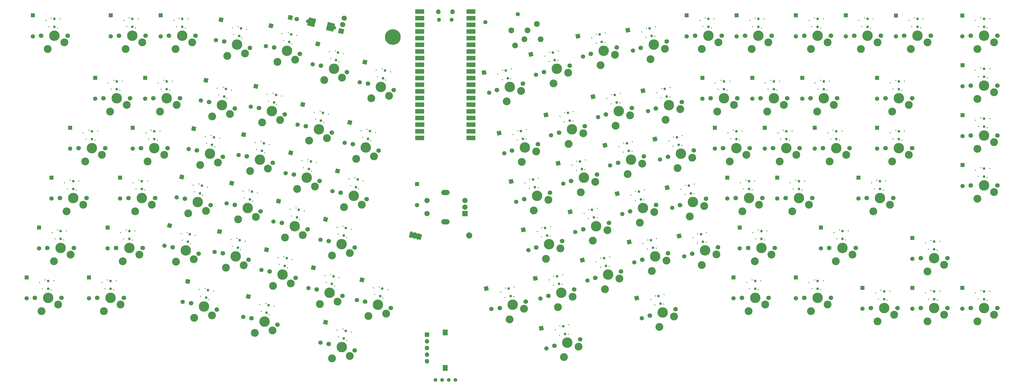
<source format=gbr>
%TF.GenerationSoftware,KiCad,Pcbnew,(7.0.0-0)*%
%TF.CreationDate,2023-04-21T13:35:00-07:00*%
%TF.ProjectId,redherring_v2,72656468-6572-4726-996e-675f76322e6b,rev?*%
%TF.SameCoordinates,Original*%
%TF.FileFunction,Soldermask,Top*%
%TF.FilePolarity,Negative*%
%FSLAX46Y46*%
G04 Gerber Fmt 4.6, Leading zero omitted, Abs format (unit mm)*
G04 Created by KiCad (PCBNEW (7.0.0-0)) date 2023-04-21 13:35:00*
%MOMM*%
%LPD*%
G01*
G04 APERTURE LIST*
G04 Aperture macros list*
%AMHorizOval*
0 Thick line with rounded ends*
0 $1 width*
0 $2 $3 position (X,Y) of the first rounded end (center of the circle)*
0 $4 $5 position (X,Y) of the second rounded end (center of the circle)*
0 Add line between two ends*
20,1,$1,$2,$3,$4,$5,0*
0 Add two circle primitives to create the rounded ends*
1,1,$1,$2,$3*
1,1,$1,$4,$5*%
%AMRotRect*
0 Rectangle, with rotation*
0 The origin of the aperture is its center*
0 $1 length*
0 $2 width*
0 $3 Rotation angle, in degrees counterclockwise*
0 Add horizontal line*
21,1,$1,$2,0,0,$3*%
G04 Aperture macros list end*
%ADD10C,1.500000*%
%ADD11C,0.050000*%
%ADD12RotRect,1.650000X1.650000X284.000000*%
%ADD13C,1.650000*%
%ADD14R,1.650000X1.650000*%
%ADD15O,1.800000X1.800000*%
%ADD16O,1.500000X1.500000*%
%ADD17O,1.700000X1.700000*%
%ADD18R,3.500000X1.700000*%
%ADD19R,1.700000X1.700000*%
%ADD20C,1.750000*%
%ADD21C,3.000000*%
%ADD22C,3.987800*%
%ADD23C,1.000000*%
%ADD24C,0.400000*%
%ADD25RotRect,1.650000X1.650000X256.000000*%
%ADD26R,1.955800X2.311400*%
%ADD27O,3.200000X2.000000*%
%ADD28R,2.000000X2.000000*%
%ADD29C,2.000000*%
%ADD30C,1.600000*%
%ADD31HorizOval,1.600000X0.000000X0.000000X0.000000X0.000000X0*%
%ADD32C,1.397000*%
%ADD33C,2.200000*%
%ADD34RotRect,2.795000X3.120000X346.000000*%
%ADD35C,1.524000*%
%ADD36RotRect,1.700000X1.700000X76.000000*%
%ADD37HorizOval,1.700000X0.000000X0.000000X0.000000X0.000000X0*%
%ADD38C,6.000000*%
%ADD39RotRect,1.905000X2.000000X76.000000*%
%ADD40HorizOval,1.905000X-0.046089X0.011491X0.046089X-0.011491X0*%
G04 APERTURE END LIST*
D10*
%TO.C,G\u002A\u002A\u002A*%
X198323754Y-133904940D02*
G75*
G03*
X198323754Y-133904940I-450727J0D01*
G01*
G36*
X176142180Y-132449520D02*
G01*
X176091380Y-132670500D01*
X177036260Y-132904180D01*
X177087060Y-132690820D01*
X177534100Y-132810200D01*
X177485840Y-133023560D01*
X178448500Y-133259780D01*
X178494220Y-133046420D01*
X178928560Y-133160720D01*
X178882840Y-133363920D01*
X179812480Y-133600140D01*
X179342580Y-135512760D01*
X178418020Y-135271460D01*
X178359600Y-135505140D01*
X177907480Y-135395920D01*
X177965900Y-135144460D01*
X177008320Y-134910780D01*
X176954980Y-135147000D01*
X176502860Y-135022540D01*
X176558740Y-134796480D01*
X175636720Y-134560260D01*
X175578300Y-134778700D01*
X175116020Y-134674560D01*
X175169360Y-134445960D01*
X174902660Y-134379920D01*
X175370020Y-132490160D01*
X175372560Y-132492700D01*
X175634180Y-132553660D01*
X175692600Y-132332680D01*
X176142180Y-132449520D01*
G37*
D11*
X176142180Y-132449520D02*
X176091380Y-132670500D01*
X177036260Y-132904180D01*
X177087060Y-132690820D01*
X177534100Y-132810200D01*
X177485840Y-133023560D01*
X178448500Y-133259780D01*
X178494220Y-133046420D01*
X178928560Y-133160720D01*
X178882840Y-133363920D01*
X179812480Y-133600140D01*
X179342580Y-135512760D01*
X178418020Y-135271460D01*
X178359600Y-135505140D01*
X177907480Y-135395920D01*
X177965900Y-135144460D01*
X177008320Y-134910780D01*
X176954980Y-135147000D01*
X176502860Y-135022540D01*
X176558740Y-134796480D01*
X175636720Y-134560260D01*
X175578300Y-134778700D01*
X175116020Y-134674560D01*
X175169360Y-134445960D01*
X174902660Y-134379920D01*
X175370020Y-132490160D01*
X175372560Y-132492700D01*
X175634180Y-132553660D01*
X175692600Y-132332680D01*
X176142180Y-132449520D01*
%TD*%
D12*
%TO.C,D49*%
X223109902Y-150255439D03*
D13*
X225045279Y-158017806D03*
%TD*%
D14*
%TO.C,D68*%
X353492499Y-73729999D03*
D13*
X353492500Y-81730000D03*
%TD*%
D12*
%TO.C,D9*%
X239339415Y-57859614D03*
D13*
X241274792Y-65621981D03*
%TD*%
D15*
%TO.C,U3*%
X186064169Y-48552499D03*
D16*
X186364169Y-51582499D03*
X191214169Y-51582499D03*
D15*
X191514169Y-48552499D03*
D17*
X179899169Y-48422499D03*
D18*
X178999169Y-48422499D03*
D17*
X179899169Y-50962499D03*
D18*
X178999169Y-50962499D03*
D19*
X179899169Y-53502499D03*
D18*
X178999169Y-53502499D03*
D17*
X179899169Y-56042499D03*
D18*
X178999169Y-56042499D03*
D17*
X179899169Y-58582499D03*
D18*
X178999169Y-58582499D03*
D17*
X179899169Y-61122499D03*
D18*
X178999169Y-61122499D03*
D17*
X179899169Y-63662499D03*
D18*
X178999169Y-63662499D03*
D19*
X179899169Y-66202499D03*
D18*
X178999169Y-66202499D03*
D17*
X179899169Y-68742499D03*
D18*
X178999169Y-68742499D03*
D17*
X179899169Y-71282499D03*
D18*
X178999169Y-71282499D03*
D17*
X179899169Y-73822499D03*
D18*
X178999169Y-73822499D03*
D17*
X179899169Y-76362499D03*
D18*
X178999169Y-76362499D03*
D19*
X179899169Y-78902499D03*
D18*
X178999169Y-78902499D03*
D17*
X179899169Y-81442499D03*
D18*
X178999169Y-81442499D03*
D17*
X179899169Y-83982499D03*
D18*
X178999169Y-83982499D03*
D17*
X179899169Y-86522499D03*
D18*
X178999169Y-86522499D03*
D17*
X179899169Y-89062499D03*
D18*
X178999169Y-89062499D03*
D19*
X179899169Y-91602499D03*
D18*
X178999169Y-91602499D03*
D17*
X179899169Y-94142499D03*
D18*
X178999169Y-94142499D03*
D17*
X179899169Y-96682499D03*
D18*
X178999169Y-96682499D03*
D17*
X197679169Y-96682499D03*
D18*
X198579169Y-96682499D03*
D17*
X197679169Y-94142499D03*
D18*
X198579169Y-94142499D03*
D19*
X197679169Y-91602499D03*
D18*
X198579169Y-91602499D03*
D17*
X197679169Y-89062499D03*
D18*
X198579169Y-89062499D03*
D17*
X197679169Y-86522499D03*
D18*
X198579169Y-86522499D03*
D17*
X197679169Y-83982499D03*
D18*
X198579169Y-83982499D03*
D17*
X197679169Y-81442499D03*
D18*
X198579169Y-81442499D03*
D19*
X197679169Y-78902499D03*
D18*
X198579169Y-78902499D03*
D17*
X197679169Y-76362499D03*
D18*
X198579169Y-76362499D03*
D17*
X197679169Y-73822499D03*
D18*
X198579169Y-73822499D03*
D17*
X197679169Y-71282499D03*
D18*
X198579169Y-71282499D03*
D17*
X197679169Y-68742499D03*
D18*
X198579169Y-68742499D03*
D19*
X197679169Y-66202499D03*
D18*
X198579169Y-66202499D03*
D17*
X197679169Y-63662499D03*
D18*
X198579169Y-63662499D03*
D17*
X197679169Y-61122499D03*
D18*
X198579169Y-61122499D03*
D17*
X197679169Y-58582499D03*
D18*
X198579169Y-58582499D03*
D17*
X197679169Y-56042499D03*
D18*
X198579169Y-56042499D03*
D19*
X197679169Y-53502499D03*
D18*
X198579169Y-53502499D03*
D17*
X197679169Y-50962499D03*
D18*
X198579169Y-50962499D03*
D17*
X197679169Y-48422499D03*
D18*
X198579169Y-48422499D03*
%TD*%
D12*
%TO.C,D18*%
X227192123Y-87883910D03*
D13*
X229127500Y-95646277D03*
%TD*%
D20*
%TO.C,SW84*%
X301898750Y-157705000D03*
X301898750Y-157705000D03*
D21*
X304438750Y-162785000D03*
D22*
X306978750Y-157705000D03*
X306978750Y-157705000D03*
D23*
X306979250Y-151275135D03*
X306979250Y-154274865D03*
D21*
X310788750Y-160245000D03*
D20*
X312058750Y-157705000D03*
X312058750Y-157705000D03*
D24*
X303708750Y-151860135D03*
X304808750Y-154245000D03*
X305798750Y-150885000D03*
X308158750Y-154725000D03*
X309148750Y-151215000D03*
%TD*%
D12*
%TO.C,D60*%
X277986227Y-134119086D03*
D13*
X279921604Y-141881453D03*
%TD*%
D20*
%TO.C,SW49*%
X228052094Y-157005696D03*
X228052094Y-157005696D03*
D21*
X231745608Y-161320317D03*
D22*
X232981196Y-155776733D03*
X232981196Y-155776733D03*
D23*
X231426156Y-149537742D03*
X232151856Y-152448367D03*
D21*
X237292504Y-157319562D03*
D20*
X237910298Y-154547770D03*
X237910298Y-154547770D03*
D24*
X228394328Y-150896570D03*
X230038605Y-152944480D03*
X230186340Y-149444784D03*
X233405218Y-152599784D03*
X233516665Y-148954543D03*
%TD*%
D25*
%TO.C,D24*%
X111867071Y-95448915D03*
D13*
X109931696Y-103211282D03*
%TD*%
D20*
%TO.C,SW25*%
X130977209Y-110660374D03*
X130977209Y-110660374D03*
D21*
X132212797Y-116203958D03*
D22*
X135906311Y-111889337D03*
X135906311Y-111889337D03*
D23*
X137462321Y-105650587D03*
X136736621Y-108561213D03*
D21*
X138988656Y-115275611D03*
D20*
X140835413Y-113118300D03*
X140835413Y-113118300D03*
D24*
X134147445Y-105427005D03*
X134637819Y-108007143D03*
X136411269Y-104986452D03*
X137772187Y-109283324D03*
X139581926Y-106117088D03*
%TD*%
D12*
%TO.C,D48*%
X204380784Y-154211356D03*
D13*
X206316161Y-161973723D03*
%TD*%
D12*
%TO.C,D28*%
X231800735Y-106368043D03*
D13*
X233736112Y-114130410D03*
%TD*%
D14*
%TO.C,D88*%
X386036249Y-153898749D03*
D13*
X386036250Y-161898750D03*
%TD*%
D14*
%TO.C,D11*%
X55200839Y-73729999D03*
D13*
X55200840Y-81730000D03*
%TD*%
D25*
%TO.C,D16*%
X152291797Y-90803039D03*
D13*
X150356422Y-98565406D03*
%TD*%
D20*
%TO.C,SW87*%
X370161250Y-161673750D03*
X370161250Y-161673750D03*
D21*
X372701250Y-166753750D03*
D22*
X375241250Y-161673750D03*
X375241250Y-161673750D03*
D23*
X375241750Y-155243885D03*
X375241750Y-158243615D03*
D21*
X379051250Y-164213750D03*
D20*
X380321250Y-161673750D03*
X380321250Y-161673750D03*
D24*
X371971250Y-155828885D03*
X373071250Y-158213750D03*
X374061250Y-154853750D03*
X376421250Y-158693750D03*
X377411250Y-155183750D03*
%TD*%
D14*
%TO.C,D12*%
X74250839Y-73729999D03*
D13*
X74250840Y-81730000D03*
%TD*%
D14*
%TO.C,D52*%
X29007089Y-149929999D03*
D13*
X29007090Y-157930000D03*
%TD*%
D20*
%TO.C,SW8*%
X226373550Y-71529000D03*
X226373550Y-71529000D03*
D21*
X230067064Y-75843621D03*
D22*
X231302652Y-70300037D03*
X231302652Y-70300037D03*
D23*
X229747612Y-64061046D03*
X230473312Y-66971671D03*
D21*
X235613960Y-71842866D03*
D20*
X236231754Y-69071074D03*
X236231754Y-69071074D03*
D24*
X226715784Y-65419874D03*
X228360061Y-67467784D03*
X228507796Y-63968088D03*
X231726674Y-67123088D03*
X231838121Y-63477847D03*
%TD*%
D25*
%TO.C,D5*%
X140150895Y-60821356D03*
D13*
X138215520Y-68583723D03*
%TD*%
D20*
%TO.C,SW27*%
X218834870Y-120037429D03*
X218834870Y-120037429D03*
D21*
X222528384Y-124352050D03*
D22*
X223763972Y-118808466D03*
X223763972Y-118808466D03*
D23*
X222208932Y-112569475D03*
X222934632Y-115480100D03*
D21*
X228075280Y-120351295D03*
D20*
X228693074Y-117579503D03*
X228693074Y-117579503D03*
D24*
X219177104Y-113928303D03*
X220821381Y-115976213D03*
X220969116Y-112476517D03*
X224187994Y-115631517D03*
X224299441Y-111986276D03*
%TD*%
D25*
%TO.C,D33*%
X88198249Y-111634953D03*
D13*
X86262874Y-119397320D03*
%TD*%
D14*
%TO.C,D70*%
X360655839Y-49944999D03*
D13*
X360655840Y-57945000D03*
%TD*%
D20*
%TO.C,SW17*%
X214226258Y-101553296D03*
X214226258Y-101553296D03*
D21*
X217919772Y-105867917D03*
D22*
X219155360Y-100324333D03*
X219155360Y-100324333D03*
D23*
X217600320Y-94085342D03*
X218326020Y-96995967D03*
D21*
X223466668Y-101867162D03*
D20*
X224084462Y-99095370D03*
X224084462Y-99095370D03*
D24*
X214568492Y-95444170D03*
X216212769Y-97492080D03*
X216360504Y-93992384D03*
X219579382Y-97147384D03*
X219690829Y-93502143D03*
%TD*%
D14*
%TO.C,D76*%
X296342499Y-111829999D03*
D13*
X296342500Y-119830000D03*
%TD*%
D14*
%TO.C,D65*%
X286817499Y-73729999D03*
D13*
X286817500Y-81730000D03*
%TD*%
D20*
%TO.C,SW32*%
X67900840Y-119605000D03*
X67900840Y-119605000D03*
D21*
X70440840Y-124685000D03*
D22*
X72980840Y-119605000D03*
X72980840Y-119605000D03*
D23*
X72981340Y-113175135D03*
X72981340Y-116174865D03*
D21*
X76790840Y-122145000D03*
D20*
X78060840Y-119605000D03*
X78060840Y-119605000D03*
D24*
X69710840Y-113760135D03*
X70810840Y-116145000D03*
X71800840Y-112785000D03*
X74160840Y-116625000D03*
X75150840Y-113115000D03*
%TD*%
%TO.C,LS1*%
X188741340Y-170920500D03*
D26*
X188741339Y-170920499D03*
D24*
X188741340Y-184509500D03*
D26*
X188741339Y-184509499D03*
%TD*%
D25*
%TO.C,D34*%
X107258459Y-113933048D03*
D13*
X105323084Y-121695415D03*
%TD*%
D25*
%TO.C,D47*%
X156950094Y-150864052D03*
D13*
X155014719Y-158626419D03*
%TD*%
D12*
%TO.C,D58*%
X261800188Y-157787909D03*
D13*
X263735565Y-165550276D03*
%TD*%
D14*
%TO.C,D22*%
X69488339Y-92779999D03*
D13*
X69488340Y-100780000D03*
%TD*%
D12*
%TO.C,D10*%
X258399625Y-55561519D03*
D13*
X260335002Y-63323886D03*
%TD*%
D20*
%TO.C,SW77*%
X318567500Y-119605000D03*
X318567500Y-119605000D03*
D21*
X321107500Y-124685000D03*
D22*
X323647500Y-119605000D03*
X323647500Y-119605000D03*
D23*
X323648000Y-113175135D03*
X323648000Y-116174865D03*
D21*
X327457500Y-122145000D03*
D20*
X328727500Y-119605000D03*
X328727500Y-119605000D03*
D24*
X320377500Y-113760135D03*
X321477500Y-116145000D03*
X322467500Y-112785000D03*
X324827500Y-116625000D03*
X325817500Y-113115000D03*
%TD*%
D20*
%TO.C,SW76*%
X299517500Y-119605000D03*
X299517500Y-119605000D03*
D21*
X302057500Y-124685000D03*
D22*
X304597500Y-119605000D03*
X304597500Y-119605000D03*
D23*
X304598000Y-113175135D03*
X304598000Y-116174865D03*
D21*
X308407500Y-122145000D03*
D20*
X309677500Y-119605000D03*
X309677500Y-119605000D03*
D24*
X301327500Y-113760135D03*
X302427500Y-116145000D03*
X303417500Y-112785000D03*
X305777500Y-116625000D03*
X306767500Y-113115000D03*
%TD*%
D20*
%TO.C,SW58*%
X266742380Y-164538166D03*
X266742380Y-164538166D03*
D21*
X270435894Y-168852787D03*
D22*
X271671482Y-163309203D03*
X271671482Y-163309203D03*
D23*
X270116442Y-157070212D03*
X270842142Y-159980837D03*
D21*
X275982790Y-164852032D03*
D20*
X276600584Y-162080240D03*
X276600584Y-162080240D03*
D24*
X267084614Y-158429040D03*
X268728891Y-160476950D03*
X268876626Y-156977254D03*
X272095504Y-160132254D03*
X272206951Y-156487013D03*
%TD*%
D25*
%TO.C,D44*%
X102649847Y-132417182D03*
D13*
X100714472Y-140179549D03*
%TD*%
D20*
%TO.C,SW42*%
X63138340Y-138655000D03*
X63138340Y-138655000D03*
D21*
X65678340Y-143735000D03*
D22*
X68218340Y-138655000D03*
X68218340Y-138655000D03*
D23*
X68218840Y-132225135D03*
X68218840Y-135224865D03*
D21*
X72028340Y-141195000D03*
D20*
X73298340Y-138655000D03*
X73298340Y-138655000D03*
D24*
X64948340Y-132810135D03*
X66048340Y-135195000D03*
X67038340Y-131835000D03*
X69398340Y-135675000D03*
X70388340Y-132165000D03*
%TD*%
D25*
%TO.C,D43*%
X83589636Y-130119086D03*
D13*
X81654261Y-137881453D03*
%TD*%
D14*
%TO.C,D72*%
X310629999Y-92779999D03*
D13*
X310630000Y-100780000D03*
%TD*%
D20*
%TO.C,SW80*%
X389211750Y-57692000D03*
X389211750Y-57692000D03*
D21*
X391751750Y-62772000D03*
D22*
X394291750Y-57692000D03*
X394291750Y-57692000D03*
D23*
X394292250Y-51262135D03*
X394292250Y-54261865D03*
D21*
X398101750Y-60232000D03*
D20*
X399371750Y-57692000D03*
X399371750Y-57692000D03*
D24*
X391021750Y-51847135D03*
X392121750Y-54232000D03*
X393111750Y-50872000D03*
X395471750Y-54712000D03*
X396461750Y-51202000D03*
%TD*%
D20*
%TO.C,SW12*%
X77425840Y-81505000D03*
X77425840Y-81505000D03*
D21*
X79965840Y-86585000D03*
D22*
X82505840Y-81505000D03*
X82505840Y-81505000D03*
D23*
X82506340Y-75075135D03*
X82506340Y-78074865D03*
D21*
X86315840Y-84045000D03*
D20*
X87585840Y-81505000D03*
X87585840Y-81505000D03*
D24*
X79235840Y-75660135D03*
X80335840Y-78045000D03*
X81325840Y-74685000D03*
X83685840Y-78525000D03*
X84675840Y-75015000D03*
%TD*%
D20*
%TO.C,SW23*%
X94008942Y-101443150D03*
X94008942Y-101443150D03*
D21*
X95244530Y-106986734D03*
D22*
X98938044Y-102672113D03*
X98938044Y-102672113D03*
D23*
X100494054Y-96433363D03*
X99768354Y-99343989D03*
D21*
X102020389Y-106058387D03*
D20*
X103867146Y-103901076D03*
X103867146Y-103901076D03*
D24*
X97179178Y-96209781D03*
X97669552Y-98789919D03*
X99443002Y-95769228D03*
X100803920Y-100066100D03*
X102613659Y-96899864D03*
%TD*%
D12*
%TO.C,D20*%
X264160390Y-78666686D03*
D13*
X266095767Y-86429053D03*
%TD*%
D27*
%TO.C,SWLH_ROT1*%
X188789169Y-128684999D03*
X188789169Y-117484999D03*
D28*
X196289169Y-125584999D03*
D29*
X196289170Y-120585000D03*
X196289170Y-123085000D03*
X181789170Y-120585000D03*
X181789170Y-125585000D03*
%TD*%
D30*
%TO.C,R10*%
X216395840Y-49455000D03*
D31*
X204073083Y-52527407D03*
%TD*%
D12*
%TO.C,D7*%
X203523301Y-71697872D03*
D13*
X205458678Y-79460239D03*
%TD*%
D20*
%TO.C,SW48*%
X209567961Y-161614309D03*
X209567961Y-161614309D03*
D21*
X213261475Y-165928930D03*
D22*
X214497063Y-160385346D03*
X214497063Y-160385346D03*
D23*
X212942023Y-154146355D03*
X213667723Y-157056980D03*
D21*
X218808371Y-161928175D03*
D20*
X219426165Y-159156383D03*
X219426165Y-159156383D03*
D24*
X209910195Y-155505183D03*
X211554472Y-157553093D03*
X211702207Y-154053397D03*
X214921085Y-157208397D03*
X215032532Y-153563156D03*
%TD*%
D20*
%TO.C,SW82*%
X335236250Y-138655000D03*
X335236250Y-138655000D03*
D21*
X337776250Y-143735000D03*
D22*
X340316250Y-138655000D03*
X340316250Y-138655000D03*
D23*
X340316750Y-132225135D03*
X340316750Y-135224865D03*
D21*
X344126250Y-141195000D03*
D20*
X345396250Y-138655000D03*
X345396250Y-138655000D03*
D24*
X337046250Y-132810135D03*
X338146250Y-135195000D03*
X339136250Y-131835000D03*
X341496250Y-135675000D03*
X342486250Y-132165000D03*
%TD*%
D32*
%TO.C,OL1*%
X184979170Y-189047500D03*
X187519170Y-189047500D03*
X190059170Y-189047500D03*
X192599170Y-189047500D03*
%TD*%
D12*
%TO.C,D59*%
X258926016Y-136417182D03*
D13*
X260861393Y-144179549D03*
%TD*%
D14*
%TO.C,D71*%
X291579999Y-92779999D03*
D13*
X291580000Y-100780000D03*
%TD*%
D12*
%TO.C,D27*%
X213892678Y-113287172D03*
D13*
X215828055Y-121049539D03*
%TD*%
D20*
%TO.C,SW22*%
X72663340Y-100555000D03*
X72663340Y-100555000D03*
D21*
X75203340Y-105635000D03*
D22*
X77743340Y-100555000D03*
X77743340Y-100555000D03*
D23*
X77743840Y-94125135D03*
X77743840Y-97124865D03*
D21*
X81553340Y-103095000D03*
D20*
X82823340Y-100555000D03*
X82823340Y-100555000D03*
D24*
X74473340Y-94710135D03*
X75573340Y-97095000D03*
X76563340Y-93735000D03*
X78923340Y-97575000D03*
X79913340Y-94065000D03*
%TD*%
D14*
%TO.C,D53*%
X52819589Y-149929999D03*
D13*
X52819590Y-157930000D03*
%TD*%
D20*
%TO.C,SW36*%
X144276654Y-136063637D03*
X144276654Y-136063637D03*
D21*
X145512242Y-141607221D03*
D22*
X149205756Y-137292600D03*
X149205756Y-137292600D03*
D23*
X150761766Y-131053850D03*
X150036066Y-133964476D03*
D21*
X152288101Y-140678874D03*
D20*
X154134858Y-138521563D03*
X154134858Y-138521563D03*
D24*
X147446890Y-130830268D03*
X147937264Y-133410406D03*
X149710714Y-130389715D03*
X151071632Y-134686587D03*
X152881371Y-131520351D03*
%TD*%
D25*
%TO.C,D25*%
X129775128Y-102368043D03*
D13*
X127839753Y-110130410D03*
%TD*%
D14*
%TO.C,D66*%
X305867499Y-73729999D03*
D13*
X305867500Y-81730000D03*
%TD*%
D20*
%TO.C,SW41*%
X36944590Y-138655000D03*
X36944590Y-138655000D03*
D21*
X39484590Y-143735000D03*
D22*
X42024590Y-138655000D03*
X42024590Y-138655000D03*
D23*
X42025090Y-132225135D03*
X42025090Y-135224865D03*
D21*
X45834590Y-141195000D03*
D20*
X47104590Y-138655000D03*
X47104590Y-138655000D03*
D24*
X38754590Y-132810135D03*
X39854590Y-135195000D03*
X40844590Y-131835000D03*
X43204590Y-135675000D03*
X44194590Y-132165000D03*
%TD*%
D20*
%TO.C,SW14*%
X117677764Y-85257112D03*
X117677764Y-85257112D03*
D21*
X118913352Y-90800696D03*
D22*
X122606866Y-86486075D03*
X122606866Y-86486075D03*
D23*
X124162876Y-80247325D03*
X123437176Y-83157951D03*
D21*
X125689211Y-89872349D03*
D20*
X127535968Y-87715038D03*
X127535968Y-87715038D03*
D24*
X120848000Y-80023743D03*
X121338374Y-82603881D03*
X123111824Y-79583190D03*
X124472742Y-83880062D03*
X126282481Y-80713826D03*
%TD*%
D14*
%TO.C,D84*%
X298723749Y-149929999D03*
D13*
X298723750Y-157930000D03*
%TD*%
D12*
%TO.C,D40*%
X273377614Y-115634953D03*
D13*
X275312991Y-123397320D03*
%TD*%
D20*
%TO.C,SW10*%
X263341817Y-62311776D03*
X263341817Y-62311776D03*
D21*
X267035331Y-66626397D03*
D22*
X268270919Y-61082813D03*
X268270919Y-61082813D03*
D23*
X266715879Y-54843822D03*
X267441579Y-57754447D03*
D21*
X272582227Y-62625642D03*
D20*
X273200021Y-59853850D03*
X273200021Y-59853850D03*
D24*
X263684051Y-56202650D03*
X265328328Y-58250560D03*
X265476063Y-54750864D03*
X268694941Y-57905864D03*
X268806388Y-54260623D03*
%TD*%
D14*
%TO.C,D75*%
X386068839Y-88016999D03*
D13*
X386068840Y-96017000D03*
%TD*%
D33*
%TO.C,SOLENOID1*%
X225115840Y-58995000D03*
X223664309Y-53173225D03*
X220146009Y-55596357D03*
X218931183Y-58991087D03*
X215412883Y-61414219D03*
X213967400Y-55616702D03*
%TD*%
D25*
%TO.C,D55*%
X113638775Y-157244368D03*
D13*
X111703400Y-165006735D03*
%TD*%
D20*
%TO.C,SW21*%
X48850840Y-100555000D03*
X48850840Y-100555000D03*
D21*
X51390840Y-105635000D03*
D22*
X53930840Y-100555000D03*
X53930840Y-100555000D03*
D23*
X53931340Y-94125135D03*
X53931340Y-97124865D03*
D21*
X57740840Y-103095000D03*
D20*
X59010840Y-100555000D03*
X59010840Y-100555000D03*
D24*
X50660840Y-94710135D03*
X51760840Y-97095000D03*
X52750840Y-93735000D03*
X55110840Y-97575000D03*
X56100840Y-94065000D03*
%TD*%
D25*
%TO.C,D3*%
X103214356Y-51574804D03*
D13*
X101278981Y-59337171D03*
%TD*%
D20*
%TO.C,SW30*%
X273711194Y-103901076D03*
X273711194Y-103901076D03*
D21*
X277404708Y-108215697D03*
D22*
X278640296Y-102672113D03*
X278640296Y-102672113D03*
D23*
X277085256Y-96433122D03*
X277810956Y-99343747D03*
D21*
X282951604Y-104214942D03*
D20*
X283569398Y-101443150D03*
X283569398Y-101443150D03*
D24*
X274053428Y-97791950D03*
X275697705Y-99839860D03*
X275845440Y-96340164D03*
X279064318Y-99495164D03*
X279175765Y-95849923D03*
%TD*%
D20*
%TO.C,SW63*%
X325711250Y-57692500D03*
X325711250Y-57692500D03*
D21*
X328251250Y-62772500D03*
D22*
X330791250Y-57692500D03*
X330791250Y-57692500D03*
D23*
X330791750Y-51262635D03*
X330791750Y-54262365D03*
D21*
X334601250Y-60232500D03*
D20*
X335871250Y-57692500D03*
X335871250Y-57692500D03*
D24*
X327521250Y-51847635D03*
X328621250Y-54232500D03*
X329611250Y-50872500D03*
X331971250Y-54712500D03*
X332961250Y-51202500D03*
%TD*%
D20*
%TO.C,SW50*%
X245960151Y-150086568D03*
X245960151Y-150086568D03*
D21*
X249653665Y-154401189D03*
D22*
X250889253Y-148857605D03*
X250889253Y-148857605D03*
D23*
X249334213Y-142618614D03*
X250059913Y-145529239D03*
D21*
X255200561Y-150400434D03*
D20*
X255818355Y-147628642D03*
X255818355Y-147628642D03*
D24*
X246302385Y-143977442D03*
X247946662Y-146025352D03*
X248094397Y-142525656D03*
X251313275Y-145680656D03*
X251424722Y-142035415D03*
%TD*%
D34*
%TO.C,D_SOL_1*%
X144928953Y-54285876D03*
D35*
X146284942Y-54623963D03*
X136426738Y-52166037D03*
D34*
X137782725Y-52504122D03*
%TD*%
D25*
%TO.C,D36*%
X143074573Y-127771306D03*
D13*
X141139198Y-135533673D03*
%TD*%
D20*
%TO.C,SW33*%
X89400330Y-119927284D03*
X89400330Y-119927284D03*
D21*
X90635918Y-125470868D03*
D22*
X94329432Y-121156247D03*
X94329432Y-121156247D03*
D23*
X95885442Y-114917497D03*
X95159742Y-117828123D03*
D21*
X97411777Y-124542521D03*
D20*
X99258534Y-122385210D03*
X99258534Y-122385210D03*
D24*
X92570566Y-114693915D03*
X93060940Y-117274053D03*
X94834390Y-114253362D03*
X96195308Y-118550234D03*
X98005047Y-115383998D03*
%TD*%
D20*
%TO.C,SW16*%
X153493878Y-99095370D03*
X153493878Y-99095370D03*
D21*
X154729466Y-104638954D03*
D22*
X158422980Y-100324333D03*
X158422980Y-100324333D03*
D23*
X159978990Y-94085583D03*
X159253290Y-96996209D03*
D21*
X161505325Y-103710607D03*
D20*
X163352082Y-101553296D03*
X163352082Y-101553296D03*
D24*
X156664114Y-93862001D03*
X157154488Y-96442139D03*
X158927938Y-93421448D03*
X160288856Y-97718320D03*
X162098595Y-94552084D03*
%TD*%
D20*
%TO.C,SW55*%
X114840856Y-165536699D03*
X114840856Y-165536699D03*
D21*
X116076444Y-171080283D03*
D22*
X119769958Y-166765662D03*
X119769958Y-166765662D03*
D23*
X121325968Y-160526912D03*
X120600268Y-163437538D03*
D21*
X122852303Y-170151936D03*
D20*
X124699060Y-167994625D03*
X124699060Y-167994625D03*
D24*
X118011092Y-160303330D03*
X118501466Y-162883468D03*
X120274916Y-159862777D03*
X121635834Y-164159649D03*
X123445573Y-160993413D03*
%TD*%
D20*
%TO.C,SW38*%
X241351539Y-131602434D03*
X241351539Y-131602434D03*
D21*
X245045053Y-135917055D03*
D22*
X246280641Y-130373471D03*
X246280641Y-130373471D03*
D23*
X244725601Y-124134480D03*
X245451301Y-127045105D03*
D21*
X250591949Y-131916300D03*
D20*
X251209743Y-129144508D03*
X251209743Y-129144508D03*
D24*
X241693773Y-125493308D03*
X243338050Y-127541218D03*
X243485785Y-124041522D03*
X246704663Y-127196522D03*
X246816110Y-123551281D03*
%TD*%
D20*
%TO.C,SW35*%
X126368597Y-129144508D03*
X126368597Y-129144508D03*
D21*
X127604185Y-134688092D03*
D22*
X131297699Y-130373471D03*
X131297699Y-130373471D03*
D23*
X132853709Y-124134721D03*
X132128009Y-127045347D03*
D21*
X134380044Y-133759745D03*
D20*
X136226801Y-131602434D03*
X136226801Y-131602434D03*
D24*
X129538833Y-123911139D03*
X130029207Y-126491277D03*
X131802657Y-123470586D03*
X133163575Y-127767458D03*
X134973314Y-124601222D03*
%TD*%
D20*
%TO.C,SW13*%
X98617554Y-82959017D03*
X98617554Y-82959017D03*
D21*
X99853142Y-88502601D03*
D22*
X103546656Y-84187980D03*
X103546656Y-84187980D03*
D23*
X105102666Y-77949230D03*
X104376966Y-80859856D03*
D21*
X106629001Y-87574254D03*
D20*
X108475758Y-85416943D03*
X108475758Y-85416943D03*
D24*
X101787790Y-77725648D03*
X102278164Y-80305786D03*
X104051614Y-77285095D03*
X105412532Y-81581967D03*
X107222271Y-78415731D03*
%TD*%
D20*
%TO.C,SW53*%
X55994590Y-157705000D03*
X55994590Y-157705000D03*
D21*
X58534590Y-162785000D03*
D22*
X61074590Y-157705000D03*
X61074590Y-157705000D03*
D23*
X61075090Y-151275135D03*
X61075090Y-154274865D03*
D21*
X64884590Y-160245000D03*
D20*
X66154590Y-157705000D03*
X66154590Y-157705000D03*
D24*
X57804590Y-151860135D03*
X58904590Y-154245000D03*
X59894590Y-150885000D03*
X62254590Y-154725000D03*
X63244590Y-151215000D03*
%TD*%
D20*
%TO.C,SW66*%
X309042500Y-81505000D03*
X309042500Y-81505000D03*
D21*
X311582500Y-86585000D03*
D22*
X314122500Y-81505000D03*
X314122500Y-81505000D03*
D23*
X314123000Y-75075135D03*
X314123000Y-78074865D03*
D21*
X317932500Y-84045000D03*
D20*
X319202500Y-81505000D03*
X319202500Y-81505000D03*
D24*
X310852500Y-75660135D03*
X311952500Y-78045000D03*
X312942500Y-74685000D03*
X315302500Y-78525000D03*
X316292500Y-75015000D03*
%TD*%
D25*
%TO.C,D56*%
X143099415Y-167043879D03*
D13*
X141164040Y-174806246D03*
%TD*%
D19*
%TO.C,J4*%
X181775839Y-171824999D03*
D17*
X181775839Y-174364999D03*
X181775839Y-176904999D03*
X181775839Y-179444999D03*
X181775839Y-181984999D03*
%TD*%
D20*
%TO.C,SW72*%
X313805000Y-100555000D03*
X313805000Y-100555000D03*
D21*
X316345000Y-105635000D03*
D22*
X318885000Y-100555000D03*
X318885000Y-100555000D03*
D23*
X318885500Y-94125135D03*
X318885500Y-97124865D03*
D21*
X322695000Y-103095000D03*
D20*
X323965000Y-100555000D03*
X323965000Y-100555000D03*
D24*
X315615000Y-94710135D03*
X316715000Y-97095000D03*
X317705000Y-93735000D03*
X320065000Y-97575000D03*
X321055000Y-94065000D03*
%TD*%
D25*
%TO.C,D4*%
X122236448Y-53859614D03*
D13*
X120301073Y-61621981D03*
%TD*%
D20*
%TO.C,SW62*%
X303073500Y-57692500D03*
X303073500Y-57692500D03*
D21*
X305613500Y-62772500D03*
D22*
X308153500Y-57692500D03*
X308153500Y-57692500D03*
D23*
X308154000Y-51262635D03*
X308154000Y-54262365D03*
D21*
X311963500Y-60232500D03*
D20*
X313233500Y-57692500D03*
X313233500Y-57692500D03*
D24*
X304883500Y-51847635D03*
X305983500Y-54232500D03*
X306973500Y-50872500D03*
X309333500Y-54712500D03*
X310323500Y-51202500D03*
%TD*%
D20*
%TO.C,SW3*%
X104378319Y-59853850D03*
X104378319Y-59853850D03*
D21*
X105613907Y-65397434D03*
D22*
X109307421Y-61082813D03*
X109307421Y-61082813D03*
D23*
X110863431Y-54844063D03*
X110137731Y-57754689D03*
D21*
X112389766Y-64469087D03*
D20*
X114236523Y-62311776D03*
X114236523Y-62311776D03*
D24*
X107548555Y-54620481D03*
X108038929Y-57200619D03*
X109812379Y-54179928D03*
X111173297Y-58476800D03*
X112983036Y-55310564D03*
%TD*%
D14*
%TO.C,D64*%
X341586249Y-49917499D03*
D13*
X341586250Y-57917500D03*
%TD*%
D20*
%TO.C,SW61*%
X284023500Y-57692500D03*
X284023500Y-57692500D03*
D21*
X286563500Y-62772500D03*
D22*
X289103500Y-57692500D03*
X289103500Y-57692500D03*
D23*
X289104000Y-51262635D03*
X289104000Y-54262365D03*
D21*
X292913500Y-60232500D03*
D20*
X294183500Y-57692500D03*
X294183500Y-57692500D03*
D24*
X285833500Y-51847635D03*
X286933500Y-54232500D03*
X287923500Y-50872500D03*
X290283500Y-54712500D03*
X291273500Y-51202500D03*
%TD*%
D20*
%TO.C,SW52*%
X32182090Y-157705000D03*
X32182090Y-157705000D03*
D21*
X34722090Y-162785000D03*
D22*
X37262090Y-157705000D03*
X37262090Y-157705000D03*
D23*
X37262590Y-151275135D03*
X37262590Y-154274865D03*
D21*
X41072090Y-160245000D03*
D20*
X42342090Y-157705000D03*
X42342090Y-157705000D03*
D24*
X33992090Y-151860135D03*
X35092090Y-154245000D03*
X36082090Y-150885000D03*
X38442090Y-154725000D03*
X39432090Y-151215000D03*
%TD*%
D14*
%TO.C,D77*%
X315392499Y-111829999D03*
D13*
X315392500Y-119830000D03*
%TD*%
D12*
%TO.C,D39*%
X254317404Y-117933048D03*
D13*
X256252781Y-125695415D03*
%TD*%
D12*
%TO.C,D30*%
X268769002Y-97150819D03*
D13*
X270704379Y-104913186D03*
%TD*%
D12*
%TO.C,D57*%
X225407998Y-169315650D03*
D13*
X227343375Y-177078017D03*
%TD*%
D25*
%TO.C,D14*%
X116475683Y-76964781D03*
D13*
X114540308Y-84727148D03*
%TD*%
D14*
%TO.C,D69*%
X386065839Y-68954999D03*
D13*
X386065840Y-76955000D03*
%TD*%
D20*
%TO.C,SW15*%
X135585821Y-92176241D03*
X135585821Y-92176241D03*
D21*
X136821409Y-97719825D03*
D22*
X140514923Y-93405204D03*
X140514923Y-93405204D03*
D23*
X142070933Y-87166454D03*
X141345233Y-90077080D03*
D21*
X143597268Y-96791478D03*
D20*
X145444025Y-94634167D03*
X145444025Y-94634167D03*
D24*
X138756057Y-86942872D03*
X139246431Y-89523010D03*
X141019881Y-86502319D03*
X142380799Y-90799191D03*
X144190538Y-87632955D03*
%TD*%
D14*
%TO.C,D2*%
X80156339Y-49917499D03*
D13*
X80156340Y-57917500D03*
%TD*%
D14*
%TO.C,D1*%
X61106339Y-49917499D03*
D13*
X61106340Y-57917500D03*
%TD*%
D20*
%TO.C,SW40*%
X278319806Y-122385210D03*
X278319806Y-122385210D03*
D21*
X282013320Y-126699831D03*
D22*
X283248908Y-121156247D03*
X283248908Y-121156247D03*
D23*
X281693868Y-114917256D03*
X282419568Y-117827881D03*
D21*
X287560216Y-122699076D03*
D20*
X288178010Y-119927284D03*
X288178010Y-119927284D03*
D24*
X278662040Y-116276084D03*
X280306317Y-118323994D03*
X280454052Y-114824298D03*
X283672930Y-117979298D03*
X283784377Y-114334057D03*
%TD*%
D20*
%TO.C,SW86*%
X351111250Y-161673750D03*
X351111250Y-161673750D03*
D21*
X353651250Y-166753750D03*
D22*
X356191250Y-161673750D03*
X356191250Y-161673750D03*
D23*
X356191750Y-155243885D03*
X356191750Y-158243615D03*
D21*
X360001250Y-164213750D03*
D20*
X361271250Y-161673750D03*
X361271250Y-161673750D03*
D24*
X352921250Y-155828885D03*
X354021250Y-158213750D03*
X355011250Y-154853750D03*
X357371250Y-158693750D03*
X358361250Y-155183750D03*
%TD*%
D20*
%TO.C,SW59*%
X263868208Y-143167439D03*
X263868208Y-143167439D03*
D21*
X267561722Y-147482060D03*
D22*
X268797310Y-141938476D03*
X268797310Y-141938476D03*
D23*
X267242270Y-135699485D03*
X267967970Y-138610110D03*
D21*
X273108618Y-143481305D03*
D20*
X273726412Y-140709513D03*
X273726412Y-140709513D03*
D24*
X264210442Y-137058313D03*
X265854719Y-139106223D03*
X266002454Y-135606527D03*
X269221332Y-138761527D03*
X269332779Y-135116286D03*
%TD*%
D20*
%TO.C,SW68*%
X356667500Y-81505000D03*
X356667500Y-81505000D03*
D21*
X359207500Y-86585000D03*
D22*
X361747500Y-81505000D03*
X361747500Y-81505000D03*
D23*
X361748000Y-75075135D03*
X361748000Y-78074865D03*
D21*
X365557500Y-84045000D03*
D20*
X366827500Y-81505000D03*
X366827500Y-81505000D03*
D24*
X358477500Y-75660135D03*
X359577500Y-78045000D03*
X360567500Y-74685000D03*
X362927500Y-78525000D03*
X363917500Y-75015000D03*
%TD*%
D20*
%TO.C,SW64*%
X344761250Y-57692500D03*
X344761250Y-57692500D03*
D21*
X347301250Y-62772500D03*
D22*
X349841250Y-57692500D03*
X349841250Y-57692500D03*
D23*
X349841750Y-51262635D03*
X349841750Y-54262365D03*
D21*
X353651250Y-60232500D03*
D20*
X354921250Y-57692500D03*
X354921250Y-57692500D03*
D24*
X346571250Y-51847635D03*
X347671250Y-54232500D03*
X348661250Y-50872500D03*
X351021250Y-54712500D03*
X352011250Y-51202500D03*
%TD*%
D20*
%TO.C,SW24*%
X113069152Y-103741246D03*
X113069152Y-103741246D03*
D21*
X114304740Y-109284830D03*
D22*
X117998254Y-104970209D03*
X117998254Y-104970209D03*
D23*
X119554264Y-98731459D03*
X118828564Y-101642085D03*
D21*
X121080599Y-108356483D03*
D20*
X122927356Y-106199172D03*
X122927356Y-106199172D03*
D24*
X116239388Y-98507877D03*
X116729762Y-101088015D03*
X118503212Y-98067324D03*
X119864130Y-102364196D03*
X121673869Y-99197960D03*
%TD*%
D20*
%TO.C,SW75*%
X389211750Y-95792000D03*
X389211750Y-95792000D03*
D21*
X391751750Y-100872000D03*
D22*
X394291750Y-95792000D03*
X394291750Y-95792000D03*
D23*
X394292250Y-89362135D03*
X394292250Y-92361865D03*
D21*
X398101750Y-98332000D03*
D20*
X399371750Y-95792000D03*
X399371750Y-95792000D03*
D24*
X391021750Y-89947135D03*
X392121750Y-92332000D03*
X393111750Y-88972000D03*
X395471750Y-92812000D03*
X396461750Y-89302000D03*
%TD*%
D14*
%TO.C,D67*%
X324917499Y-73729999D03*
D13*
X324917500Y-81730000D03*
%TD*%
D20*
%TO.C,SW78*%
X349523750Y-119605000D03*
X349523750Y-119605000D03*
D21*
X352063750Y-124685000D03*
D22*
X354603750Y-119605000D03*
X354603750Y-119605000D03*
D23*
X354604250Y-113175135D03*
X354604250Y-116174865D03*
D21*
X358413750Y-122145000D03*
D20*
X359683750Y-119605000D03*
X359683750Y-119605000D03*
D24*
X351333750Y-113760135D03*
X352433750Y-116145000D03*
X353423750Y-112785000D03*
X355783750Y-116625000D03*
X356773750Y-113115000D03*
%TD*%
D20*
%TO.C,SW74*%
X356667500Y-100555000D03*
X356667500Y-100555000D03*
D21*
X359207500Y-105635000D03*
D22*
X361747500Y-100555000D03*
X361747500Y-100555000D03*
D23*
X361748000Y-94125135D03*
X361748000Y-97124865D03*
D21*
X365557500Y-103095000D03*
D20*
X366827500Y-100555000D03*
X366827500Y-100555000D03*
D24*
X358477500Y-94710135D03*
X359577500Y-97095000D03*
X360567500Y-93735000D03*
X362927500Y-97575000D03*
X363917500Y-94065000D03*
%TD*%
D20*
%TO.C,SW70*%
X363811250Y-57691800D03*
X363811250Y-57691800D03*
D21*
X366351250Y-62771800D03*
D22*
X368891250Y-57691800D03*
X368891250Y-57691800D03*
D23*
X368891750Y-51261935D03*
X368891750Y-54261665D03*
D21*
X372701250Y-60231800D03*
D20*
X373971250Y-57691800D03*
X373971250Y-57691800D03*
D24*
X365621250Y-51846935D03*
X366721250Y-54231800D03*
X367711250Y-50871800D03*
X370071250Y-54711800D03*
X371061250Y-51201800D03*
%TD*%
D14*
%TO.C,D51*%
X31388339Y-49917499D03*
D13*
X31388340Y-57917500D03*
%TD*%
D36*
%TO.C,J_SOL_1*%
X129591288Y-50710517D03*
D37*
X132055839Y-51324999D03*
%TD*%
D20*
%TO.C,SW28*%
X236742927Y-113118300D03*
X236742927Y-113118300D03*
D21*
X240436441Y-117432921D03*
D22*
X241672029Y-111889337D03*
X241672029Y-111889337D03*
D23*
X240116989Y-105650346D03*
X240842689Y-108560971D03*
D21*
X245983337Y-113432166D03*
D20*
X246601131Y-110660374D03*
X246601131Y-110660374D03*
D24*
X237085161Y-107009174D03*
X238729438Y-109057084D03*
X238877173Y-105557388D03*
X242096051Y-108712388D03*
X242207498Y-105067147D03*
%TD*%
D12*
%TO.C,D19*%
X245100180Y-80964781D03*
D13*
X247035557Y-88727148D03*
%TD*%
D25*
%TO.C,D54*%
X90533608Y-151483603D03*
D13*
X88598233Y-159245970D03*
%TD*%
D20*
%TO.C,SW2*%
X83331340Y-57692500D03*
X83331340Y-57692500D03*
D21*
X85871340Y-62772500D03*
D22*
X88411340Y-57692500D03*
X88411340Y-57692500D03*
D23*
X88411840Y-51262635D03*
X88411840Y-54262365D03*
D21*
X92221340Y-60232500D03*
D20*
X93491340Y-57692500D03*
X93491340Y-57692500D03*
D24*
X85141340Y-51847635D03*
X86241340Y-54232500D03*
X87231340Y-50872500D03*
X89591340Y-54712500D03*
X90581340Y-51202500D03*
%TD*%
D12*
%TO.C,D8*%
X221431358Y-64778743D03*
D13*
X223366735Y-72541110D03*
%TD*%
D20*
%TO.C,SW88*%
X389211250Y-161673750D03*
X389211250Y-161673750D03*
D21*
X391751250Y-166753750D03*
D22*
X394291250Y-161673750D03*
X394291250Y-161673750D03*
D23*
X394291750Y-155243885D03*
X394291750Y-158243615D03*
D21*
X398101250Y-164213750D03*
D20*
X399371250Y-161673750D03*
X399371250Y-161673750D03*
D24*
X391021250Y-155828885D03*
X392121250Y-158213750D03*
X393111250Y-154853750D03*
X395471250Y-158693750D03*
X396461250Y-155183750D03*
%TD*%
D20*
%TO.C,SW1*%
X64281340Y-57692500D03*
X64281340Y-57692500D03*
D21*
X66821340Y-62772500D03*
D22*
X69361340Y-57692500D03*
X69361340Y-57692500D03*
D23*
X69361840Y-51262635D03*
X69361840Y-54262365D03*
D21*
X73171340Y-60232500D03*
D20*
X74441340Y-57692500D03*
X74441340Y-57692500D03*
D24*
X66091340Y-51847635D03*
X67191340Y-54232500D03*
X68181340Y-50872500D03*
X70541340Y-54712500D03*
X71531340Y-51202500D03*
%TD*%
D14*
%TO.C,D78*%
X346348749Y-111829999D03*
D13*
X346348750Y-119830000D03*
%TD*%
D14*
%TO.C,D74*%
X353492499Y-92779999D03*
D13*
X353492500Y-100780000D03*
%TD*%
D25*
%TO.C,D26*%
X147683185Y-109287172D03*
D13*
X145747810Y-117049539D03*
%TD*%
D14*
%TO.C,D85*%
X322536249Y-149929999D03*
D13*
X322536250Y-157930000D03*
%TD*%
D14*
%TO.C,D61*%
X280848499Y-49917499D03*
D13*
X280848500Y-57917500D03*
%TD*%
D20*
%TO.C,SW60*%
X282928419Y-140869343D03*
X282928419Y-140869343D03*
D21*
X286621933Y-145183964D03*
D22*
X287857521Y-139640380D03*
X287857521Y-139640380D03*
D23*
X286302481Y-133401389D03*
X287028181Y-136312014D03*
D21*
X292168829Y-141183209D03*
D20*
X292786623Y-138411417D03*
X292786623Y-138411417D03*
D24*
X283270653Y-134760217D03*
X284914930Y-136808127D03*
X285062665Y-133308431D03*
X288281543Y-136463431D03*
X288392990Y-132818190D03*
%TD*%
D20*
%TO.C,SW44*%
X103851928Y-140709513D03*
X103851928Y-140709513D03*
D21*
X105087516Y-146253097D03*
D22*
X108781030Y-141938476D03*
X108781030Y-141938476D03*
D23*
X110337040Y-135699726D03*
X109611340Y-138610352D03*
D21*
X111863375Y-145324750D03*
D20*
X113710132Y-143167439D03*
X113710132Y-143167439D03*
D24*
X107022164Y-135476144D03*
X107512538Y-138056282D03*
X109285988Y-135035591D03*
X110646906Y-139332463D03*
X112456645Y-136166227D03*
%TD*%
D12*
%TO.C,D38*%
X236409347Y-124852177D03*
D13*
X238344724Y-132614544D03*
%TD*%
D20*
%TO.C,SW34*%
X108460540Y-122225379D03*
X108460540Y-122225379D03*
D21*
X109696128Y-127768963D03*
D22*
X113389642Y-123454342D03*
X113389642Y-123454342D03*
D23*
X114945652Y-117215592D03*
X114219952Y-120126218D03*
D21*
X116471987Y-126840616D03*
D20*
X118318744Y-124683305D03*
X118318744Y-124683305D03*
D24*
X111630776Y-116992010D03*
X112121150Y-119572148D03*
X113894600Y-116551457D03*
X115255518Y-120848329D03*
X117065257Y-117682093D03*
%TD*%
D20*
%TO.C,SW18*%
X232134315Y-94634167D03*
X232134315Y-94634167D03*
D21*
X235827829Y-98948788D03*
D22*
X237063417Y-93405204D03*
X237063417Y-93405204D03*
D23*
X235508377Y-87166213D03*
X236234077Y-90076838D03*
D21*
X241374725Y-94948033D03*
D20*
X241992519Y-92176241D03*
X241992519Y-92176241D03*
D24*
X232476549Y-88525041D03*
X234120826Y-90572951D03*
X234268561Y-87073255D03*
X237487439Y-90228255D03*
X237598886Y-86583014D03*
%TD*%
D20*
%TO.C,SW9*%
X244281607Y-64609871D03*
X244281607Y-64609871D03*
D21*
X247975121Y-68924492D03*
D22*
X249210709Y-63380908D03*
X249210709Y-63380908D03*
D23*
X247655669Y-57141917D03*
X248381369Y-60052542D03*
D21*
X253522017Y-64923737D03*
D20*
X254139811Y-62151945D03*
X254139811Y-62151945D03*
D24*
X244623841Y-58500745D03*
X246268118Y-60548655D03*
X246415853Y-57048959D03*
X249634731Y-60203959D03*
X249746178Y-56558718D03*
%TD*%
D20*
%TO.C,SW56*%
X144301496Y-175336210D03*
X144301496Y-175336210D03*
D21*
X145537084Y-180879794D03*
D22*
X149230598Y-176565173D03*
X149230598Y-176565173D03*
D23*
X150786608Y-170326423D03*
X150060908Y-173237049D03*
D21*
X152312943Y-179951447D03*
D20*
X154159700Y-177794136D03*
X154159700Y-177794136D03*
D24*
X147471732Y-170102841D03*
X147962106Y-172682979D03*
X149735556Y-169662288D03*
X151096474Y-173959160D03*
X152906213Y-170792924D03*
%TD*%
D20*
%TO.C,SW83*%
X370161250Y-142623750D03*
X370161250Y-142623750D03*
D21*
X372701250Y-147703750D03*
D22*
X375241250Y-142623750D03*
X375241250Y-142623750D03*
D23*
X375241750Y-136193885D03*
X375241750Y-139193615D03*
D21*
X379051250Y-145163750D03*
D20*
X380321250Y-142623750D03*
X380321250Y-142623750D03*
D24*
X371971250Y-136778885D03*
X373071250Y-139163750D03*
X374061250Y-135803750D03*
X376421250Y-139643750D03*
X377411250Y-136133750D03*
%TD*%
D14*
%TO.C,D79*%
X386038839Y-107066999D03*
D13*
X386038840Y-115067000D03*
%TD*%
D20*
%TO.C,SW46*%
X139668042Y-154547770D03*
X139668042Y-154547770D03*
D21*
X140903630Y-160091354D03*
D22*
X144597144Y-155776733D03*
X144597144Y-155776733D03*
D23*
X146153154Y-149537983D03*
X145427454Y-152448609D03*
D21*
X147679489Y-159163007D03*
D20*
X149526246Y-157005696D03*
X149526246Y-157005696D03*
D24*
X142838278Y-149314401D03*
X143328652Y-151894539D03*
X145102102Y-148873848D03*
X146463020Y-153170720D03*
X148272759Y-150004484D03*
%TD*%
D20*
%TO.C,SW54*%
X91735689Y-159775934D03*
X91735689Y-159775934D03*
D21*
X92971277Y-165319518D03*
D22*
X96664791Y-161004897D03*
X96664791Y-161004897D03*
D23*
X98220801Y-154766147D03*
X97495101Y-157676773D03*
D21*
X99747136Y-164391171D03*
D20*
X101593893Y-162233860D03*
X101593893Y-162233860D03*
D24*
X94905925Y-154542565D03*
X95396299Y-157122703D03*
X97169749Y-154102012D03*
X98530667Y-158398884D03*
X100340406Y-155232648D03*
%TD*%
D25*
%TO.C,D46*%
X138465961Y-146255439D03*
D13*
X136530586Y-154017806D03*
%TD*%
D20*
%TO.C,SW67*%
X328092500Y-81505000D03*
X328092500Y-81505000D03*
D21*
X330632500Y-86585000D03*
D22*
X333172500Y-81505000D03*
X333172500Y-81505000D03*
D23*
X333173000Y-75075135D03*
X333173000Y-78074865D03*
D21*
X336982500Y-84045000D03*
D20*
X338252500Y-81505000D03*
X338252500Y-81505000D03*
D24*
X329902500Y-75660135D03*
X331002500Y-78045000D03*
X331992500Y-74685000D03*
X334352500Y-78525000D03*
X335342500Y-75015000D03*
%TD*%
D20*
%TO.C,SW71*%
X294755000Y-100555000D03*
X294755000Y-100555000D03*
D21*
X297295000Y-105635000D03*
D22*
X299835000Y-100555000D03*
X299835000Y-100555000D03*
D23*
X299835500Y-94125135D03*
X299835500Y-97124865D03*
D21*
X303645000Y-103095000D03*
D20*
X304915000Y-100555000D03*
X304915000Y-100555000D03*
D24*
X296565000Y-94710135D03*
X297665000Y-97095000D03*
X298655000Y-93735000D03*
X301015000Y-97575000D03*
X302005000Y-94065000D03*
%TD*%
D12*
%TO.C,D50*%
X241017959Y-143336311D03*
D13*
X242953336Y-151098678D03*
%TD*%
D12*
%TO.C,D17*%
X209284066Y-94803039D03*
D13*
X211219443Y-102565406D03*
%TD*%
D14*
%TO.C,D73*%
X329679999Y-92779999D03*
D13*
X329680000Y-100780000D03*
%TD*%
D14*
%TO.C,D32*%
X64725839Y-111829999D03*
D13*
X64725840Y-119830000D03*
%TD*%
D20*
%TO.C,SW5*%
X141346586Y-69071074D03*
X141346586Y-69071074D03*
D21*
X142582174Y-74614658D03*
D22*
X146275688Y-70300037D03*
X146275688Y-70300037D03*
D23*
X147831698Y-64061287D03*
X147105998Y-66971913D03*
D21*
X149358033Y-73686311D03*
D20*
X151204790Y-71529000D03*
X151204790Y-71529000D03*
D24*
X144516822Y-63837705D03*
X145007196Y-66417843D03*
X146780646Y-63397152D03*
X148141564Y-67694024D03*
X149951303Y-64527788D03*
%TD*%
D20*
%TO.C,SW43*%
X84791717Y-138411417D03*
X84791717Y-138411417D03*
D21*
X86027305Y-143955001D03*
D22*
X89720819Y-139640380D03*
X89720819Y-139640380D03*
D23*
X91276829Y-133401630D03*
X90551129Y-136312256D03*
D21*
X92803164Y-143026654D03*
D20*
X94649921Y-140869343D03*
X94649921Y-140869343D03*
D24*
X87961953Y-133178048D03*
X88452327Y-135758186D03*
X90225777Y-132737495D03*
X91586695Y-137034367D03*
X93396434Y-133868131D03*
%TD*%
D20*
%TO.C,SW7*%
X208465493Y-78448129D03*
X208465493Y-78448129D03*
D21*
X212159007Y-82762750D03*
D22*
X213394595Y-77219166D03*
X213394595Y-77219166D03*
D23*
X211839555Y-70980175D03*
X212565255Y-73890800D03*
D21*
X217705903Y-78761995D03*
D20*
X218323697Y-75990203D03*
X218323697Y-75990203D03*
D24*
X208807727Y-72339003D03*
X210452004Y-74386913D03*
X210599739Y-70887217D03*
X213818617Y-74042217D03*
X213930064Y-70396976D03*
%TD*%
D20*
%TO.C,SW11*%
X58375840Y-81505000D03*
X58375840Y-81505000D03*
D21*
X60915840Y-86585000D03*
D22*
X63455840Y-81505000D03*
X63455840Y-81505000D03*
D23*
X63456340Y-75075135D03*
X63456340Y-78074865D03*
D21*
X67265840Y-84045000D03*
D20*
X68535840Y-81505000D03*
X68535840Y-81505000D03*
D24*
X60185840Y-75660135D03*
X61285840Y-78045000D03*
X62275840Y-74685000D03*
X64635840Y-78525000D03*
X65625840Y-75015000D03*
%TD*%
D25*
%TO.C,D6*%
X158050895Y-67721356D03*
D13*
X156115520Y-75483723D03*
%TD*%
D12*
%TO.C,D29*%
X249708792Y-99448915D03*
D13*
X251644169Y-107211282D03*
%TD*%
D20*
%TO.C,SW29*%
X254650984Y-106199172D03*
X254650984Y-106199172D03*
D21*
X258344498Y-110513793D03*
D22*
X259580086Y-104970209D03*
X259580086Y-104970209D03*
D23*
X258025046Y-98731218D03*
X258750746Y-101641843D03*
D21*
X263891394Y-106513038D03*
D20*
X264509188Y-103741246D03*
X264509188Y-103741246D03*
D24*
X254993218Y-100090046D03*
X256637495Y-102137956D03*
X256785230Y-98638260D03*
X260004108Y-101793260D03*
X260115555Y-98148019D03*
%TD*%
D25*
%TO.C,D15*%
X134383740Y-83883910D03*
D13*
X132448365Y-91646277D03*
%TD*%
D14*
%TO.C,D31*%
X38532089Y-111829999D03*
D13*
X38532090Y-119830000D03*
%TD*%
D20*
%TO.C,SW47*%
X158152175Y-159156383D03*
X158152175Y-159156383D03*
D21*
X159387763Y-164699967D03*
D22*
X163081277Y-160385346D03*
X163081277Y-160385346D03*
D23*
X164637287Y-154146596D03*
X163911587Y-157057222D03*
D21*
X166163622Y-163771620D03*
D20*
X168010379Y-161614309D03*
X168010379Y-161614309D03*
D24*
X161322411Y-153923014D03*
X161812785Y-156503152D03*
X163586235Y-153482461D03*
X164947153Y-157779333D03*
X166756892Y-154613097D03*
%TD*%
D14*
%TO.C,D42*%
X59963339Y-130879999D03*
D13*
X59963340Y-138880000D03*
%TD*%
D14*
%TO.C,D21*%
X45675839Y-92779999D03*
D13*
X45675840Y-100780000D03*
%TD*%
D20*
%TO.C,SW73*%
X332855000Y-100555000D03*
X332855000Y-100555000D03*
D21*
X335395000Y-105635000D03*
D22*
X337935000Y-100555000D03*
X337935000Y-100555000D03*
D23*
X337935500Y-94125135D03*
X337935500Y-97124865D03*
D21*
X341745000Y-103095000D03*
D20*
X343015000Y-100555000D03*
X343015000Y-100555000D03*
D24*
X334665000Y-94710135D03*
X335765000Y-97095000D03*
X336755000Y-93735000D03*
X339115000Y-97575000D03*
X340105000Y-94065000D03*
%TD*%
D14*
%TO.C,D89*%
X177975839Y-114344999D03*
D13*
X177975840Y-122345000D03*
%TD*%
D20*
%TO.C,SW51*%
X34563340Y-57692500D03*
X34563340Y-57692500D03*
D21*
X37103340Y-62772500D03*
D22*
X39643340Y-57692500D03*
X39643340Y-57692500D03*
D23*
X39643840Y-51262635D03*
X39643840Y-54262365D03*
D21*
X43453340Y-60232500D03*
D20*
X44723340Y-57692500D03*
X44723340Y-57692500D03*
D24*
X36373340Y-51847635D03*
X37473340Y-54232500D03*
X38463340Y-50872500D03*
X40823340Y-54712500D03*
X41813340Y-51202500D03*
%TD*%
D14*
%TO.C,D87*%
X366986249Y-153898749D03*
D13*
X366986250Y-161898750D03*
%TD*%
D14*
%TO.C,D86*%
X347936249Y-153898749D03*
D13*
X347936250Y-161898750D03*
%TD*%
D20*
%TO.C,SW20*%
X269102582Y-85416943D03*
X269102582Y-85416943D03*
D21*
X272796096Y-89731564D03*
D22*
X274031684Y-84187980D03*
X274031684Y-84187980D03*
D23*
X272476644Y-77948989D03*
X273202344Y-80859614D03*
D21*
X278342992Y-85730809D03*
D20*
X278960786Y-82959017D03*
X278960786Y-82959017D03*
D24*
X269444816Y-79307817D03*
X271089093Y-81355727D03*
X271236828Y-77856031D03*
X274455706Y-81011031D03*
X274567153Y-77365790D03*
%TD*%
D20*
%TO.C,SW6*%
X159254643Y-75990203D03*
X159254643Y-75990203D03*
D21*
X160490231Y-81533787D03*
D22*
X164183745Y-77219166D03*
X164183745Y-77219166D03*
D23*
X165739755Y-70980416D03*
X165014055Y-73891042D03*
D21*
X167266090Y-80605440D03*
D20*
X169112847Y-78448129D03*
X169112847Y-78448129D03*
D24*
X162424879Y-70756834D03*
X162915253Y-73336972D03*
X164688703Y-70316281D03*
X166049621Y-74613153D03*
X167859360Y-71446917D03*
%TD*%
D14*
%TO.C,D83*%
X366986249Y-134848749D03*
D13*
X366986250Y-142848750D03*
%TD*%
D14*
%TO.C,D63*%
X322536249Y-49917499D03*
D13*
X322536250Y-57917500D03*
%TD*%
D20*
%TO.C,SW79*%
X389211750Y-114842000D03*
X389211750Y-114842000D03*
D21*
X391751750Y-119922000D03*
D22*
X394291750Y-114842000D03*
X394291750Y-114842000D03*
D23*
X394292250Y-108412135D03*
X394292250Y-111411865D03*
D21*
X398101750Y-117382000D03*
D20*
X399371750Y-114842000D03*
X399371750Y-114842000D03*
D24*
X391021750Y-108997135D03*
X392121750Y-111382000D03*
X393111750Y-108022000D03*
X395471750Y-111862000D03*
X396461750Y-108352000D03*
%TD*%
D20*
%TO.C,SW31*%
X41707090Y-119605000D03*
X41707090Y-119605000D03*
D21*
X44247090Y-124685000D03*
D22*
X46787090Y-119605000D03*
X46787090Y-119605000D03*
D23*
X46787590Y-113175135D03*
X46787590Y-116174865D03*
D21*
X50597090Y-122145000D03*
D20*
X51867090Y-119605000D03*
X51867090Y-119605000D03*
D24*
X43517090Y-113760135D03*
X44617090Y-116145000D03*
X45607090Y-112785000D03*
X47967090Y-116625000D03*
X48957090Y-113115000D03*
%TD*%
D20*
%TO.C,SW57*%
X230350190Y-176065907D03*
X230350190Y-176065907D03*
D21*
X234043704Y-180380528D03*
D22*
X235279292Y-174836944D03*
X235279292Y-174836944D03*
D23*
X233724252Y-168597953D03*
X234449952Y-171508578D03*
D21*
X239590600Y-176379773D03*
D20*
X240208394Y-173607981D03*
X240208394Y-173607981D03*
D24*
X230692424Y-169956781D03*
X232336701Y-172004691D03*
X232484436Y-168504995D03*
X235703314Y-171659995D03*
X235814761Y-168014754D03*
%TD*%
D14*
%TO.C,D81*%
X301104999Y-130879999D03*
D13*
X301105000Y-138880000D03*
%TD*%
D20*
%TO.C,SW19*%
X250042372Y-87715038D03*
X250042372Y-87715038D03*
D21*
X253735886Y-92029659D03*
D22*
X254971474Y-86486075D03*
X254971474Y-86486075D03*
D23*
X253416434Y-80247084D03*
X254142134Y-83157709D03*
D21*
X259282782Y-88028904D03*
D20*
X259900576Y-85257112D03*
X259900576Y-85257112D03*
D24*
X250384606Y-81605912D03*
X252028883Y-83653822D03*
X252176618Y-80154126D03*
X255395496Y-83309126D03*
X255506943Y-79663885D03*
%TD*%
D20*
%TO.C,SW39*%
X259259596Y-124683305D03*
X259259596Y-124683305D03*
D21*
X262953110Y-128997926D03*
D22*
X264188698Y-123454342D03*
X264188698Y-123454342D03*
D23*
X262633658Y-117215351D03*
X263359358Y-120125976D03*
D21*
X268500006Y-124997171D03*
D20*
X269117800Y-122225379D03*
X269117800Y-122225379D03*
D24*
X259601830Y-118574179D03*
X261246107Y-120622089D03*
X261393842Y-117122393D03*
X264612720Y-120277393D03*
X264724167Y-116632152D03*
%TD*%
D20*
%TO.C,SW37*%
X223443482Y-138521563D03*
X223443482Y-138521563D03*
D21*
X227136996Y-142836184D03*
D22*
X228372584Y-137292600D03*
X228372584Y-137292600D03*
D23*
X226817544Y-131053609D03*
X227543244Y-133964234D03*
D21*
X232683892Y-138835429D03*
D20*
X233301686Y-136063637D03*
X233301686Y-136063637D03*
D24*
X223785716Y-132412437D03*
X225429993Y-134460347D03*
X225577728Y-130960651D03*
X228796606Y-134115651D03*
X228908053Y-130470410D03*
%TD*%
D20*
%TO.C,SW45*%
X121759985Y-147628642D03*
X121759985Y-147628642D03*
D21*
X122995573Y-153172226D03*
D22*
X126689087Y-148857605D03*
X126689087Y-148857605D03*
D23*
X128245097Y-142618855D03*
X127519397Y-145529481D03*
D21*
X129771432Y-152243879D03*
D20*
X131618189Y-150086568D03*
X131618189Y-150086568D03*
D24*
X124930221Y-142395273D03*
X125420595Y-144975411D03*
X127194045Y-141954720D03*
X128554963Y-146251592D03*
X130364702Y-143085356D03*
%TD*%
D14*
%TO.C,D80*%
X385998839Y-49941999D03*
D13*
X385998840Y-57942000D03*
%TD*%
D20*
%TO.C,SW81*%
X304280000Y-138655000D03*
X304280000Y-138655000D03*
D21*
X306820000Y-143735000D03*
D22*
X309360000Y-138655000D03*
X309360000Y-138655000D03*
D23*
X309360500Y-132225135D03*
X309360500Y-135224865D03*
D21*
X313170000Y-141195000D03*
D20*
X314440000Y-138655000D03*
X314440000Y-138655000D03*
D24*
X306090000Y-132810135D03*
X307190000Y-135195000D03*
X308180000Y-131835000D03*
X310540000Y-135675000D03*
X311530000Y-132165000D03*
%TD*%
D12*
%TO.C,D37*%
X218501290Y-131771306D03*
D13*
X220436667Y-139533673D03*
%TD*%
D14*
%TO.C,D82*%
X332061249Y-130879999D03*
D13*
X332061250Y-138880000D03*
%TD*%
D20*
%TO.C,SW4*%
X123438529Y-62151945D03*
X123438529Y-62151945D03*
D21*
X124674117Y-67695529D03*
D22*
X128367631Y-63380908D03*
X128367631Y-63380908D03*
D23*
X129923641Y-57142158D03*
X129197941Y-60052784D03*
D21*
X131449976Y-66767182D03*
D20*
X133296733Y-64609871D03*
X133296733Y-64609871D03*
D24*
X126608765Y-56918576D03*
X127099139Y-59498714D03*
X128872589Y-56478023D03*
X130233507Y-60774895D03*
X132043246Y-57608659D03*
%TD*%
D25*
%TO.C,D13*%
X97415473Y-74666686D03*
D13*
X95480098Y-82429053D03*
%TD*%
D20*
%TO.C,SW65*%
X289992500Y-81505000D03*
X289992500Y-81505000D03*
D21*
X292532500Y-86585000D03*
D22*
X295072500Y-81505000D03*
X295072500Y-81505000D03*
D23*
X295073000Y-75075135D03*
X295073000Y-78074865D03*
D21*
X298882500Y-84045000D03*
D20*
X300152500Y-81505000D03*
X300152500Y-81505000D03*
D24*
X291802500Y-75660135D03*
X292902500Y-78045000D03*
X293892500Y-74685000D03*
X296252500Y-78525000D03*
X297242500Y-75015000D03*
%TD*%
D20*
%TO.C,SW26*%
X148885266Y-117579503D03*
X148885266Y-117579503D03*
D21*
X150120854Y-123123087D03*
D22*
X153814368Y-118808466D03*
X153814368Y-118808466D03*
D23*
X155370378Y-112569716D03*
X154644678Y-115480342D03*
D21*
X156896713Y-122194740D03*
D20*
X158743470Y-120037429D03*
X158743470Y-120037429D03*
D24*
X152055502Y-112346134D03*
X152545876Y-114926272D03*
X154319326Y-111905581D03*
X155680244Y-116202453D03*
X157489983Y-113036217D03*
%TD*%
D14*
%TO.C,D41*%
X33769589Y-130879999D03*
D13*
X33769590Y-138880000D03*
%TD*%
D14*
%TO.C,D62*%
X299898499Y-49917499D03*
D13*
X299898500Y-57917500D03*
%TD*%
D20*
%TO.C,SW69*%
X389211750Y-76742000D03*
X389211750Y-76742000D03*
D21*
X391751750Y-81822000D03*
D22*
X394291750Y-76742000D03*
X394291750Y-76742000D03*
D23*
X394292250Y-70312135D03*
X394292250Y-73311865D03*
D21*
X398101750Y-79282000D03*
D20*
X399371750Y-76742000D03*
X399371750Y-76742000D03*
D24*
X391021750Y-70897135D03*
X392121750Y-73282000D03*
X393111750Y-69922000D03*
X395471750Y-73762000D03*
X396461750Y-70252000D03*
%TD*%
D25*
%TO.C,D45*%
X120557904Y-139336311D03*
D13*
X118622529Y-147098678D03*
%TD*%
D20*
%TO.C,SW85*%
X325711250Y-157705000D03*
X325711250Y-157705000D03*
D21*
X328251250Y-162785000D03*
D22*
X330791250Y-157705000D03*
X330791250Y-157705000D03*
D23*
X330791750Y-151275135D03*
X330791750Y-154274865D03*
D21*
X334601250Y-160245000D03*
D20*
X335871250Y-157705000D03*
X335871250Y-157705000D03*
D24*
X327521250Y-151860135D03*
X328621250Y-154245000D03*
X329611250Y-150885000D03*
X331971250Y-154725000D03*
X332961250Y-151215000D03*
%TD*%
D25*
%TO.C,D35*%
X125166516Y-120852177D03*
D13*
X123231141Y-128614544D03*
%TD*%
D38*
%TO.C,Q2*%
X168735840Y-58135000D03*
D39*
X149008977Y-55865217D03*
D40*
X149623459Y-53400666D03*
X150237940Y-50936115D03*
%TD*%
D25*
%TO.C,D23*%
X92806861Y-93150819D03*
D13*
X90871486Y-100913186D03*
%TD*%
M02*

</source>
